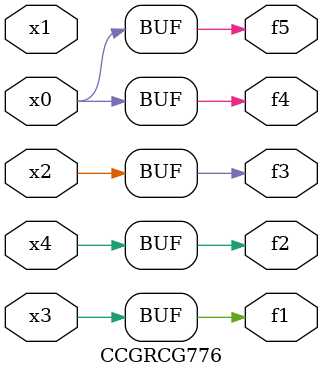
<source format=v>
module CCGRCG776(
	input x0, x1, x2, x3, x4,
	output f1, f2, f3, f4, f5
);
	assign f1 = x3;
	assign f2 = x4;
	assign f3 = x2;
	assign f4 = x0;
	assign f5 = x0;
endmodule

</source>
